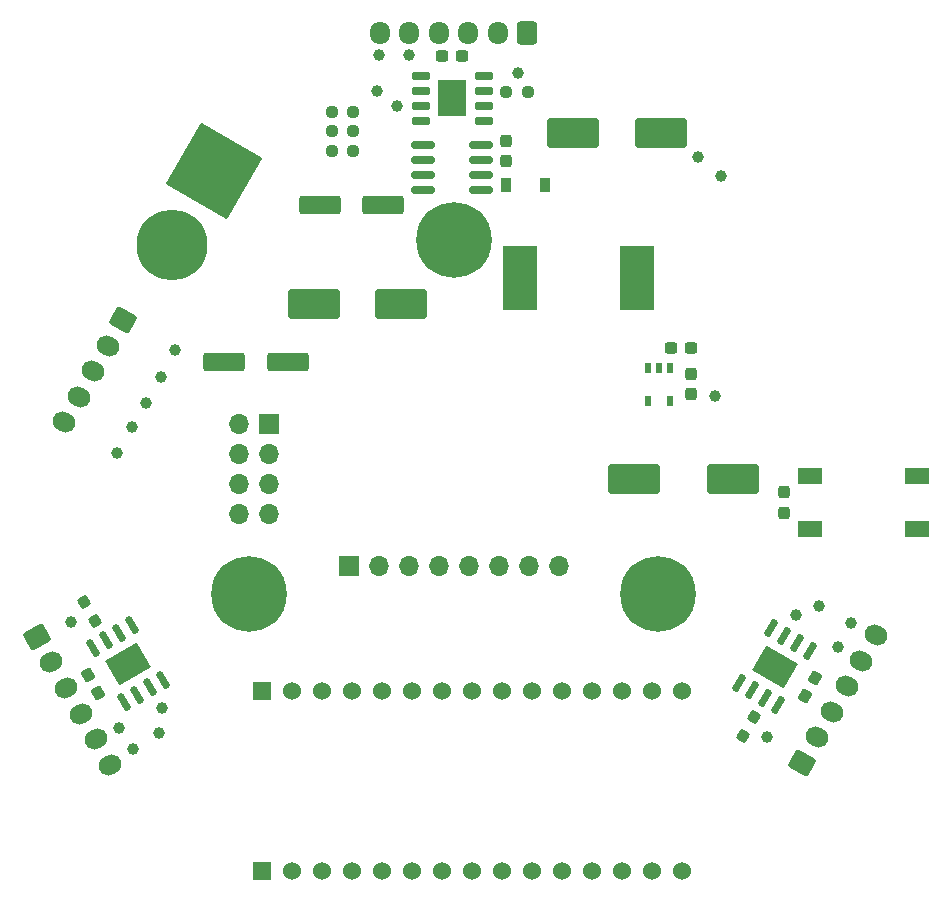
<source format=gbr>
%TF.GenerationSoftware,KiCad,Pcbnew,6.0.8-f2edbf62ab~116~ubuntu22.04.1*%
%TF.CreationDate,2022-10-25T14:13:26+02:00*%
%TF.ProjectId,holonomeRobot_alpha,686f6c6f-6e6f-46d6-9552-6f626f745f61,rev?*%
%TF.SameCoordinates,Original*%
%TF.FileFunction,Soldermask,Top*%
%TF.FilePolarity,Negative*%
%FSLAX46Y46*%
G04 Gerber Fmt 4.6, Leading zero omitted, Abs format (unit mm)*
G04 Created by KiCad (PCBNEW 6.0.8-f2edbf62ab~116~ubuntu22.04.1) date 2022-10-25 14:13:26*
%MOMM*%
%LPD*%
G01*
G04 APERTURE LIST*
G04 Aperture macros list*
%AMRoundRect*
0 Rectangle with rounded corners*
0 $1 Rounding radius*
0 $2 $3 $4 $5 $6 $7 $8 $9 X,Y pos of 4 corners*
0 Add a 4 corners polygon primitive as box body*
4,1,4,$2,$3,$4,$5,$6,$7,$8,$9,$2,$3,0*
0 Add four circle primitives for the rounded corners*
1,1,$1+$1,$2,$3*
1,1,$1+$1,$4,$5*
1,1,$1+$1,$6,$7*
1,1,$1+$1,$8,$9*
0 Add four rect primitives between the rounded corners*
20,1,$1+$1,$2,$3,$4,$5,0*
20,1,$1+$1,$4,$5,$6,$7,0*
20,1,$1+$1,$6,$7,$8,$9,0*
20,1,$1+$1,$8,$9,$2,$3,0*%
%AMHorizOval*
0 Thick line with rounded ends*
0 $1 width*
0 $2 $3 position (X,Y) of the first rounded end (center of the circle)*
0 $4 $5 position (X,Y) of the second rounded end (center of the circle)*
0 Add line between two ends*
20,1,$1,$2,$3,$4,$5,0*
0 Add two circle primitives to create the rounded ends*
1,1,$1,$2,$3*
1,1,$1,$4,$5*%
%AMRotRect*
0 Rectangle, with rotation*
0 The origin of the aperture is its center*
0 $1 length*
0 $2 width*
0 $3 Rotation angle, in degrees counterclockwise*
0 Add horizontal line*
21,1,$1,$2,0,0,$3*%
G04 Aperture macros list end*
%ADD10RoundRect,0.250000X-0.927868X0.157115X-0.327868X-0.882115X0.927868X-0.157115X0.327868X0.882115X0*%
%ADD11HorizOval,1.700000X-0.108253X-0.062500X0.108253X0.062500X0*%
%ADD12RoundRect,0.237500X0.237500X-0.300000X0.237500X0.300000X-0.237500X0.300000X-0.237500X-0.300000X0*%
%ADD13RoundRect,0.250000X-1.950000X-1.000000X1.950000X-1.000000X1.950000X1.000000X-1.950000X1.000000X0*%
%ADD14C,1.000000*%
%ADD15R,2.100000X1.400000*%
%ADD16RoundRect,0.150000X0.825000X0.150000X-0.825000X0.150000X-0.825000X-0.150000X0.825000X-0.150000X0*%
%ADD17RoundRect,0.237500X-0.250000X-0.237500X0.250000X-0.237500X0.250000X0.237500X-0.250000X0.237500X0*%
%ADD18C,6.000000*%
%ADD19RotRect,6.000000X6.000000X240.000000*%
%ADD20R,2.900000X5.400000*%
%ADD21RoundRect,0.237500X-0.237500X0.300000X-0.237500X-0.300000X0.237500X-0.300000X0.237500X0.300000X0*%
%ADD22RoundRect,0.250000X0.600000X0.725000X-0.600000X0.725000X-0.600000X-0.725000X0.600000X-0.725000X0*%
%ADD23O,1.700000X1.950000*%
%ADD24RoundRect,0.237500X-0.355681X0.141058X-0.055681X-0.378558X0.355681X-0.141058X0.055681X0.378558X0*%
%ADD25C,6.400000*%
%ADD26RoundRect,0.250000X1.950000X1.000000X-1.950000X1.000000X-1.950000X-1.000000X1.950000X-1.000000X0*%
%ADD27RoundRect,0.237500X-0.080681X0.335256X-0.330681X-0.097756X0.080681X-0.335256X0.330681X0.097756X0*%
%ADD28RoundRect,0.237500X0.300000X0.237500X-0.300000X0.237500X-0.300000X-0.237500X0.300000X-0.237500X0*%
%ADD29R,1.530000X1.530000*%
%ADD30C,1.530000*%
%ADD31R,1.700000X1.700000*%
%ADD32O,1.700000X1.700000*%
%ADD33RoundRect,0.250000X0.327868X-0.882115X0.927868X0.157115X-0.327868X0.882115X-0.927868X-0.157115X0*%
%ADD34HorizOval,1.700000X-0.108253X0.062500X0.108253X-0.062500X0*%
%ADD35RoundRect,0.150000X0.195096X0.637917X-0.454904X-0.487917X-0.195096X-0.637917X0.454904X0.487917X0*%
%ADD36RotRect,2.410000X3.100000X240.000000*%
%ADD37RoundRect,0.150000X-0.650000X-0.150000X0.650000X-0.150000X0.650000X0.150000X-0.650000X0.150000X0*%
%ADD38R,2.410000X3.100000*%
%ADD39RoundRect,0.150000X0.454904X-0.487917X-0.195096X0.637917X-0.454904X0.487917X0.195096X-0.637917X0*%
%ADD40RotRect,2.410000X3.100000X120.000000*%
%ADD41RoundRect,0.250000X-0.327868X0.882115X-0.927868X-0.157115X0.327868X-0.882115X0.927868X0.157115X0*%
%ADD42R,0.900000X1.200000*%
%ADD43RoundRect,0.250000X1.500000X0.550000X-1.500000X0.550000X-1.500000X-0.550000X1.500000X-0.550000X0*%
%ADD44RoundRect,0.237500X0.055681X-0.378558X0.355681X0.141058X-0.055681X0.378558X-0.355681X-0.141058X0*%
%ADD45RoundRect,0.237500X0.330681X-0.097756X0.080681X0.335256X-0.330681X0.097756X-0.080681X-0.335256X0*%
%ADD46R,0.600000X0.900000*%
%ADD47RoundRect,0.237500X0.250000X0.237500X-0.250000X0.237500X-0.250000X-0.237500X0.250000X-0.237500X0*%
G04 APERTURE END LIST*
D10*
%TO.C,J4*%
X91694000Y-115189000D03*
D11*
X92944000Y-117354064D03*
X94194000Y-119519127D03*
X95444000Y-121684191D03*
X96694000Y-123849254D03*
X97944000Y-126014318D03*
%TD*%
D12*
%TO.C,C3*%
X147075500Y-94664700D03*
X147075500Y-92939700D03*
%TD*%
D13*
%TO.C,C7*%
X137143000Y-72517000D03*
X144543000Y-72517000D03*
%TD*%
D12*
%TO.C,C5*%
X131445000Y-74903500D03*
X131445000Y-73178500D03*
%TD*%
D14*
%TO.C,TP20*%
X160655000Y-114046000D03*
%TD*%
D15*
%TO.C,SW1*%
X166275200Y-106049200D03*
X157175200Y-106049200D03*
X166275200Y-101549200D03*
X157175200Y-101549200D03*
%TD*%
D16*
%TO.C,U1*%
X129348000Y-77343000D03*
X129348000Y-76073000D03*
X129348000Y-74803000D03*
X129348000Y-73533000D03*
X124398000Y-73533000D03*
X124398000Y-74803000D03*
X124398000Y-76073000D03*
X124398000Y-77343000D03*
%TD*%
D17*
%TO.C,R4*%
X131438500Y-69088000D03*
X133263500Y-69088000D03*
%TD*%
D14*
%TO.C,TP11*%
X123190000Y-65913000D03*
%TD*%
%TO.C,TP12*%
X132461000Y-67437000D03*
%TD*%
%TO.C,TP15*%
X99822000Y-124714000D03*
%TD*%
D18*
%TO.C,J1*%
X103124000Y-81991200D03*
D19*
X106724000Y-75755818D03*
%TD*%
D20*
%TO.C,L1*%
X142491000Y-84836000D03*
X132591000Y-84836000D03*
%TD*%
D14*
%TO.C,TP17*%
X94620780Y-113952135D03*
%TD*%
D21*
%TO.C,C12*%
X154994200Y-102936700D03*
X154994200Y-104661700D03*
%TD*%
D22*
%TO.C,J3*%
X133250000Y-64029000D03*
D23*
X130750000Y-64029000D03*
X128250000Y-64029000D03*
X125750000Y-64029000D03*
X123250000Y-64029000D03*
X120750000Y-64029000D03*
%TD*%
D14*
%TO.C,TP23*%
X157902926Y-112547238D03*
%TD*%
D24*
%TO.C,C9*%
X96040148Y-118442553D03*
X96902648Y-119936447D03*
%TD*%
D17*
%TO.C,R3*%
X116689500Y-74041000D03*
X118514500Y-74041000D03*
%TD*%
D25*
%TO.C,H3*%
X109679490Y-111600000D03*
%TD*%
D14*
%TO.C,TP16*%
X98679000Y-122936000D03*
%TD*%
D26*
%TO.C,C4*%
X150640500Y-101803200D03*
X142240500Y-101803200D03*
%TD*%
D27*
%TO.C,R6*%
X152453676Y-121985616D03*
X151541176Y-123566112D03*
%TD*%
D28*
%TO.C,C2*%
X147141100Y-90703400D03*
X145416100Y-90703400D03*
%TD*%
D14*
%TO.C,TP13*%
X120540000Y-68961000D03*
%TD*%
D28*
%TO.C,C8*%
X127752500Y-66040000D03*
X126027500Y-66040000D03*
%TD*%
D14*
%TO.C,TP7*%
X149606000Y-76200000D03*
%TD*%
D29*
%TO.C,U3*%
X110785000Y-135054500D03*
D30*
X113325000Y-135054500D03*
X115865000Y-135054500D03*
X115865000Y-119814500D03*
X113325000Y-119814500D03*
X118405000Y-135054500D03*
X120945000Y-135054500D03*
X123485000Y-135054500D03*
X126025000Y-135054500D03*
X128565000Y-135054500D03*
X131105000Y-135054500D03*
X133645000Y-135054500D03*
X136185000Y-135054500D03*
X138725000Y-135054500D03*
X141265000Y-135054500D03*
X143805000Y-135054500D03*
X146345000Y-135054500D03*
D29*
X110785000Y-119814500D03*
D30*
X118405000Y-119814500D03*
X120945000Y-119814500D03*
X123485000Y-119814500D03*
X126025000Y-119814500D03*
X128565000Y-119814500D03*
X131105000Y-119814500D03*
X133645000Y-119814500D03*
X136185000Y-119814500D03*
X138725000Y-119814500D03*
X141265000Y-119814500D03*
X143805000Y-119814500D03*
X146345000Y-119814500D03*
%TD*%
D14*
%TO.C,TP14*%
X122191000Y-70231000D03*
%TD*%
D31*
%TO.C,J6*%
X111373600Y-97139600D03*
D32*
X108833600Y-97139600D03*
X111373600Y-99679600D03*
X108833600Y-99679600D03*
X111373600Y-102219600D03*
X108833600Y-102219600D03*
X111373600Y-104759600D03*
X108833600Y-104759600D03*
%TD*%
D14*
%TO.C,TP21*%
X159512000Y-116078000D03*
%TD*%
D25*
%TO.C,H2*%
X144320510Y-111600000D03*
%TD*%
D14*
%TO.C,TP4*%
X100975439Y-95364618D03*
%TD*%
D17*
%TO.C,R2*%
X116689500Y-72390000D03*
X118514500Y-72390000D03*
%TD*%
D14*
%TO.C,TP6*%
X103405454Y-90901709D03*
%TD*%
%TO.C,TP1*%
X149107500Y-94818200D03*
%TD*%
D33*
%TO.C,J7*%
X156524000Y-125875191D03*
D34*
X157774000Y-123710127D03*
X159024000Y-121545064D03*
X160274000Y-119380000D03*
X161524000Y-117214937D03*
X162774000Y-115049873D03*
%TD*%
D14*
%TO.C,TP18*%
X102066073Y-123291761D03*
%TD*%
D25*
%TO.C,H1*%
X127000000Y-81600000D03*
%TD*%
D35*
%TO.C,U5*%
X157152778Y-116386533D03*
X156052926Y-115751533D03*
X154953074Y-115116533D03*
X153853222Y-114481533D03*
X151203222Y-119071467D03*
X152303074Y-119706467D03*
X153402926Y-120341467D03*
X154502778Y-120976467D03*
D36*
X154178000Y-117729000D03*
%TD*%
D37*
%TO.C,U2*%
X124240000Y-67691000D03*
X124240000Y-68961000D03*
X124240000Y-70231000D03*
X124240000Y-71501000D03*
X129540000Y-71501000D03*
X129540000Y-70231000D03*
X129540000Y-68961000D03*
X129540000Y-67691000D03*
D38*
X126890000Y-69596000D03*
%TD*%
D14*
%TO.C,TP2*%
X98498939Y-99654042D03*
%TD*%
D39*
%TO.C,U4*%
X99116222Y-120722467D03*
X100216074Y-120087467D03*
X101315926Y-119452467D03*
X102415778Y-118817467D03*
X99765778Y-114227533D03*
X98665926Y-114862533D03*
X97566074Y-115497533D03*
X96466222Y-116132533D03*
D40*
X99441000Y-117475000D03*
%TD*%
D14*
%TO.C,TP24*%
X155977573Y-113342046D03*
%TD*%
D41*
%TO.C,J2*%
X99006044Y-88361709D03*
D34*
X97756044Y-90526773D03*
X96506044Y-92691836D03*
X95256044Y-94856900D03*
X94006044Y-97021963D03*
%TD*%
D42*
%TO.C,D1*%
X131446000Y-76962000D03*
X134746000Y-76962000D03*
%TD*%
D26*
%TO.C,C6*%
X122572000Y-86995000D03*
X115172000Y-86995000D03*
%TD*%
D14*
%TO.C,TP9*%
X147701000Y-74549000D03*
%TD*%
%TO.C,TP19*%
X102340426Y-121226953D03*
%TD*%
D43*
%TO.C,C10*%
X112986800Y-91948000D03*
X107586800Y-91948000D03*
%TD*%
D44*
%TO.C,C11*%
X156716351Y-120190447D03*
X157578851Y-118696553D03*
%TD*%
D45*
%TO.C,R5*%
X96616823Y-113853383D03*
X95704323Y-112272887D03*
%TD*%
D14*
%TO.C,TP5*%
X102245439Y-93164914D03*
%TD*%
D46*
%TO.C,PS1*%
X145358500Y-92402200D03*
X144408500Y-92402200D03*
X143458500Y-92402200D03*
X143458500Y-95202200D03*
X145358500Y-95202200D03*
%TD*%
D43*
%TO.C,C1*%
X121064000Y-78613000D03*
X115664000Y-78613000D03*
%TD*%
D47*
%TO.C,R1*%
X118514500Y-70739000D03*
X116689500Y-70739000D03*
%TD*%
D14*
%TO.C,TP10*%
X120650000Y-65913000D03*
%TD*%
%TO.C,TP3*%
X99768939Y-97454337D03*
%TD*%
%TO.C,TP22*%
X153537219Y-123664864D03*
%TD*%
D31*
%TO.C,J5*%
X118110000Y-109200000D03*
D32*
X120650000Y-109200000D03*
X123190000Y-109200000D03*
X125730000Y-109200000D03*
X128270000Y-109200000D03*
X130810000Y-109200000D03*
X133350000Y-109200000D03*
X135890000Y-109200000D03*
%TD*%
M02*

</source>
